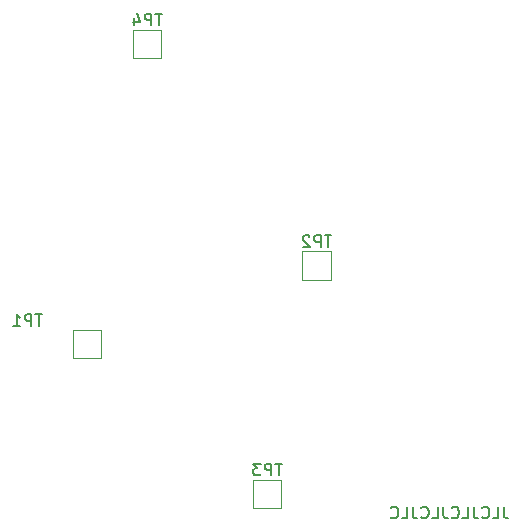
<source format=gbr>
%TF.GenerationSoftware,KiCad,Pcbnew,8.0.2*%
%TF.CreationDate,2024-05-19T12:28:56+02:00*%
%TF.ProjectId,CM4_NAS,434d345f-4e41-4532-9e6b-696361645f70,rev?*%
%TF.SameCoordinates,Original*%
%TF.FileFunction,Legend,Bot*%
%TF.FilePolarity,Positive*%
%FSLAX46Y46*%
G04 Gerber Fmt 4.6, Leading zero omitted, Abs format (unit mm)*
G04 Created by KiCad (PCBNEW 8.0.2) date 2024-05-19 12:28:56*
%MOMM*%
%LPD*%
G01*
G04 APERTURE LIST*
%ADD10C,0.150000*%
%ADD11C,0.120000*%
G04 APERTURE END LIST*
D10*
X116569048Y-133174819D02*
X116569048Y-133889104D01*
X116569048Y-133889104D02*
X116616667Y-134031961D01*
X116616667Y-134031961D02*
X116711905Y-134127200D01*
X116711905Y-134127200D02*
X116854762Y-134174819D01*
X116854762Y-134174819D02*
X116950000Y-134174819D01*
X115616667Y-134174819D02*
X116092857Y-134174819D01*
X116092857Y-134174819D02*
X116092857Y-133174819D01*
X114711905Y-134079580D02*
X114759524Y-134127200D01*
X114759524Y-134127200D02*
X114902381Y-134174819D01*
X114902381Y-134174819D02*
X114997619Y-134174819D01*
X114997619Y-134174819D02*
X115140476Y-134127200D01*
X115140476Y-134127200D02*
X115235714Y-134031961D01*
X115235714Y-134031961D02*
X115283333Y-133936723D01*
X115283333Y-133936723D02*
X115330952Y-133746247D01*
X115330952Y-133746247D02*
X115330952Y-133603390D01*
X115330952Y-133603390D02*
X115283333Y-133412914D01*
X115283333Y-133412914D02*
X115235714Y-133317676D01*
X115235714Y-133317676D02*
X115140476Y-133222438D01*
X115140476Y-133222438D02*
X114997619Y-133174819D01*
X114997619Y-133174819D02*
X114902381Y-133174819D01*
X114902381Y-133174819D02*
X114759524Y-133222438D01*
X114759524Y-133222438D02*
X114711905Y-133270057D01*
X113997619Y-133174819D02*
X113997619Y-133889104D01*
X113997619Y-133889104D02*
X114045238Y-134031961D01*
X114045238Y-134031961D02*
X114140476Y-134127200D01*
X114140476Y-134127200D02*
X114283333Y-134174819D01*
X114283333Y-134174819D02*
X114378571Y-134174819D01*
X113045238Y-134174819D02*
X113521428Y-134174819D01*
X113521428Y-134174819D02*
X113521428Y-133174819D01*
X112140476Y-134079580D02*
X112188095Y-134127200D01*
X112188095Y-134127200D02*
X112330952Y-134174819D01*
X112330952Y-134174819D02*
X112426190Y-134174819D01*
X112426190Y-134174819D02*
X112569047Y-134127200D01*
X112569047Y-134127200D02*
X112664285Y-134031961D01*
X112664285Y-134031961D02*
X112711904Y-133936723D01*
X112711904Y-133936723D02*
X112759523Y-133746247D01*
X112759523Y-133746247D02*
X112759523Y-133603390D01*
X112759523Y-133603390D02*
X112711904Y-133412914D01*
X112711904Y-133412914D02*
X112664285Y-133317676D01*
X112664285Y-133317676D02*
X112569047Y-133222438D01*
X112569047Y-133222438D02*
X112426190Y-133174819D01*
X112426190Y-133174819D02*
X112330952Y-133174819D01*
X112330952Y-133174819D02*
X112188095Y-133222438D01*
X112188095Y-133222438D02*
X112140476Y-133270057D01*
X111426190Y-133174819D02*
X111426190Y-133889104D01*
X111426190Y-133889104D02*
X111473809Y-134031961D01*
X111473809Y-134031961D02*
X111569047Y-134127200D01*
X111569047Y-134127200D02*
X111711904Y-134174819D01*
X111711904Y-134174819D02*
X111807142Y-134174819D01*
X110473809Y-134174819D02*
X110949999Y-134174819D01*
X110949999Y-134174819D02*
X110949999Y-133174819D01*
X109569047Y-134079580D02*
X109616666Y-134127200D01*
X109616666Y-134127200D02*
X109759523Y-134174819D01*
X109759523Y-134174819D02*
X109854761Y-134174819D01*
X109854761Y-134174819D02*
X109997618Y-134127200D01*
X109997618Y-134127200D02*
X110092856Y-134031961D01*
X110092856Y-134031961D02*
X110140475Y-133936723D01*
X110140475Y-133936723D02*
X110188094Y-133746247D01*
X110188094Y-133746247D02*
X110188094Y-133603390D01*
X110188094Y-133603390D02*
X110140475Y-133412914D01*
X110140475Y-133412914D02*
X110092856Y-133317676D01*
X110092856Y-133317676D02*
X109997618Y-133222438D01*
X109997618Y-133222438D02*
X109854761Y-133174819D01*
X109854761Y-133174819D02*
X109759523Y-133174819D01*
X109759523Y-133174819D02*
X109616666Y-133222438D01*
X109616666Y-133222438D02*
X109569047Y-133270057D01*
X108854761Y-133174819D02*
X108854761Y-133889104D01*
X108854761Y-133889104D02*
X108902380Y-134031961D01*
X108902380Y-134031961D02*
X108997618Y-134127200D01*
X108997618Y-134127200D02*
X109140475Y-134174819D01*
X109140475Y-134174819D02*
X109235713Y-134174819D01*
X107902380Y-134174819D02*
X108378570Y-134174819D01*
X108378570Y-134174819D02*
X108378570Y-133174819D01*
X106997618Y-134079580D02*
X107045237Y-134127200D01*
X107045237Y-134127200D02*
X107188094Y-134174819D01*
X107188094Y-134174819D02*
X107283332Y-134174819D01*
X107283332Y-134174819D02*
X107426189Y-134127200D01*
X107426189Y-134127200D02*
X107521427Y-134031961D01*
X107521427Y-134031961D02*
X107569046Y-133936723D01*
X107569046Y-133936723D02*
X107616665Y-133746247D01*
X107616665Y-133746247D02*
X107616665Y-133603390D01*
X107616665Y-133603390D02*
X107569046Y-133412914D01*
X107569046Y-133412914D02*
X107521427Y-133317676D01*
X107521427Y-133317676D02*
X107426189Y-133222438D01*
X107426189Y-133222438D02*
X107283332Y-133174819D01*
X107283332Y-133174819D02*
X107188094Y-133174819D01*
X107188094Y-133174819D02*
X107045237Y-133222438D01*
X107045237Y-133222438D02*
X106997618Y-133270057D01*
X101957846Y-110212292D02*
X101386418Y-110212292D01*
X101672132Y-111212292D02*
X101672132Y-110212292D01*
X101053084Y-111212292D02*
X101053084Y-110212292D01*
X101053084Y-110212292D02*
X100672132Y-110212292D01*
X100672132Y-110212292D02*
X100576894Y-110259911D01*
X100576894Y-110259911D02*
X100529275Y-110307530D01*
X100529275Y-110307530D02*
X100481656Y-110402768D01*
X100481656Y-110402768D02*
X100481656Y-110545625D01*
X100481656Y-110545625D02*
X100529275Y-110640863D01*
X100529275Y-110640863D02*
X100576894Y-110688482D01*
X100576894Y-110688482D02*
X100672132Y-110736101D01*
X100672132Y-110736101D02*
X101053084Y-110736101D01*
X100100703Y-110307530D02*
X100053084Y-110259911D01*
X100053084Y-110259911D02*
X99957846Y-110212292D01*
X99957846Y-110212292D02*
X99719751Y-110212292D01*
X99719751Y-110212292D02*
X99624513Y-110259911D01*
X99624513Y-110259911D02*
X99576894Y-110307530D01*
X99576894Y-110307530D02*
X99529275Y-110402768D01*
X99529275Y-110402768D02*
X99529275Y-110498006D01*
X99529275Y-110498006D02*
X99576894Y-110640863D01*
X99576894Y-110640863D02*
X100148322Y-111212292D01*
X100148322Y-111212292D02*
X99529275Y-111212292D01*
X77461904Y-116902770D02*
X76890476Y-116902770D01*
X77176190Y-117902770D02*
X77176190Y-116902770D01*
X76557142Y-117902770D02*
X76557142Y-116902770D01*
X76557142Y-116902770D02*
X76176190Y-116902770D01*
X76176190Y-116902770D02*
X76080952Y-116950389D01*
X76080952Y-116950389D02*
X76033333Y-116998008D01*
X76033333Y-116998008D02*
X75985714Y-117093246D01*
X75985714Y-117093246D02*
X75985714Y-117236103D01*
X75985714Y-117236103D02*
X76033333Y-117331341D01*
X76033333Y-117331341D02*
X76080952Y-117378960D01*
X76080952Y-117378960D02*
X76176190Y-117426579D01*
X76176190Y-117426579D02*
X76557142Y-117426579D01*
X75033333Y-117902770D02*
X75604761Y-117902770D01*
X75319047Y-117902770D02*
X75319047Y-116902770D01*
X75319047Y-116902770D02*
X75414285Y-117045627D01*
X75414285Y-117045627D02*
X75509523Y-117140865D01*
X75509523Y-117140865D02*
X75604761Y-117188484D01*
X87621904Y-91436819D02*
X87050476Y-91436819D01*
X87336190Y-92436819D02*
X87336190Y-91436819D01*
X86717142Y-92436819D02*
X86717142Y-91436819D01*
X86717142Y-91436819D02*
X86336190Y-91436819D01*
X86336190Y-91436819D02*
X86240952Y-91484438D01*
X86240952Y-91484438D02*
X86193333Y-91532057D01*
X86193333Y-91532057D02*
X86145714Y-91627295D01*
X86145714Y-91627295D02*
X86145714Y-91770152D01*
X86145714Y-91770152D02*
X86193333Y-91865390D01*
X86193333Y-91865390D02*
X86240952Y-91913009D01*
X86240952Y-91913009D02*
X86336190Y-91960628D01*
X86336190Y-91960628D02*
X86717142Y-91960628D01*
X85288571Y-91770152D02*
X85288571Y-92436819D01*
X85526666Y-91389200D02*
X85764761Y-92103485D01*
X85764761Y-92103485D02*
X85145714Y-92103485D01*
X97781904Y-129536819D02*
X97210476Y-129536819D01*
X97496190Y-130536819D02*
X97496190Y-129536819D01*
X96877142Y-130536819D02*
X96877142Y-129536819D01*
X96877142Y-129536819D02*
X96496190Y-129536819D01*
X96496190Y-129536819D02*
X96400952Y-129584438D01*
X96400952Y-129584438D02*
X96353333Y-129632057D01*
X96353333Y-129632057D02*
X96305714Y-129727295D01*
X96305714Y-129727295D02*
X96305714Y-129870152D01*
X96305714Y-129870152D02*
X96353333Y-129965390D01*
X96353333Y-129965390D02*
X96400952Y-130013009D01*
X96400952Y-130013009D02*
X96496190Y-130060628D01*
X96496190Y-130060628D02*
X96877142Y-130060628D01*
X95972380Y-129536819D02*
X95353333Y-129536819D01*
X95353333Y-129536819D02*
X95686666Y-129917771D01*
X95686666Y-129917771D02*
X95543809Y-129917771D01*
X95543809Y-129917771D02*
X95448571Y-129965390D01*
X95448571Y-129965390D02*
X95400952Y-130013009D01*
X95400952Y-130013009D02*
X95353333Y-130108247D01*
X95353333Y-130108247D02*
X95353333Y-130346342D01*
X95353333Y-130346342D02*
X95400952Y-130441580D01*
X95400952Y-130441580D02*
X95448571Y-130489200D01*
X95448571Y-130489200D02*
X95543809Y-130536819D01*
X95543809Y-130536819D02*
X95829523Y-130536819D01*
X95829523Y-130536819D02*
X95924761Y-130489200D01*
X95924761Y-130489200D02*
X95972380Y-130441580D01*
D11*
%TO.C,TP2*%
X99495942Y-111555473D02*
X99495942Y-113955473D01*
X99495942Y-113955473D02*
X101895942Y-113955473D01*
X101895942Y-111555473D02*
X99495942Y-111555473D01*
X101895942Y-113955473D02*
X101895942Y-111555473D01*
%TO.C,TP1*%
X80080000Y-118180000D02*
X80080000Y-120580000D01*
X80080000Y-120580000D02*
X82480000Y-120580000D01*
X82480000Y-118180000D02*
X80080000Y-118180000D01*
X82480000Y-120580000D02*
X82480000Y-118180000D01*
%TO.C,TP4*%
X85160000Y-92780000D02*
X85160000Y-95180000D01*
X85160000Y-95180000D02*
X87560000Y-95180000D01*
X87560000Y-92780000D02*
X85160000Y-92780000D01*
X87560000Y-95180000D02*
X87560000Y-92780000D01*
%TO.C,TP3*%
X95320000Y-130880000D02*
X95320000Y-133280000D01*
X95320000Y-133280000D02*
X97720000Y-133280000D01*
X97720000Y-130880000D02*
X95320000Y-130880000D01*
X97720000Y-133280000D02*
X97720000Y-130880000D01*
%TD*%
M02*

</source>
